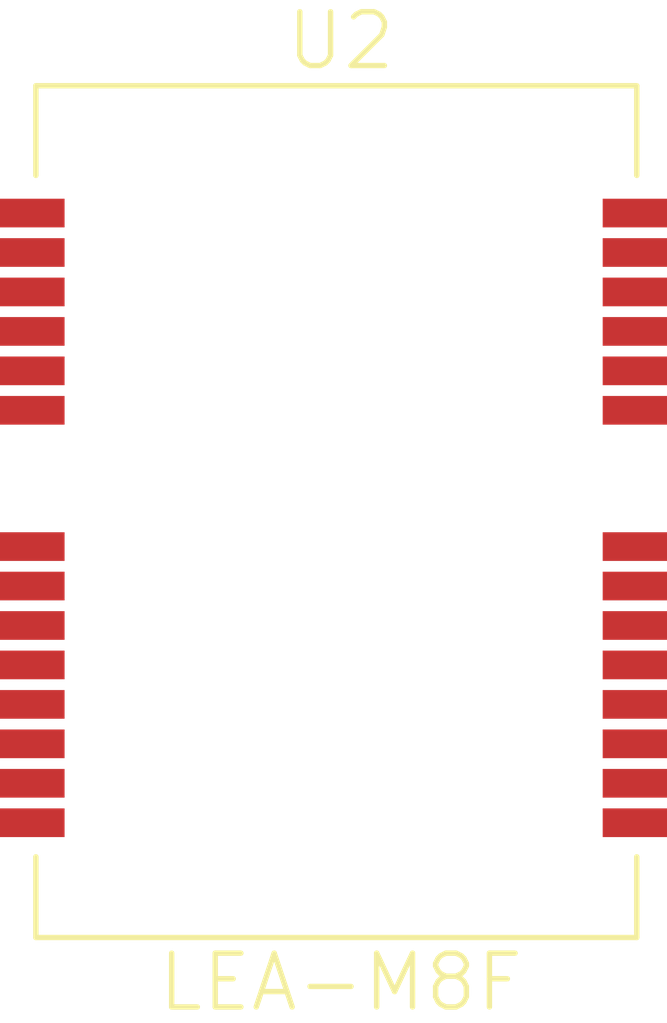
<source format=kicad_pcb>
(kicad_pcb (version 4) (host pcbnew "(2014-jul-16 BZR unknown)-product")

  (general
    (links 4)
    (no_connects 4)
    (area 0 0 0 0)
    (thickness 1.6)
    (drawings 0)
    (tracks 0)
    (zones 0)
    (modules 1)
    (nets 23)
  )

  (page A4)
  (layers
    (0 F.Cu signal)
    (31 B.Cu signal)
    (32 B.Adhes user)
    (33 F.Adhes user)
    (34 B.Paste user)
    (35 F.Paste user)
    (36 B.SilkS user)
    (37 F.SilkS user)
    (38 B.Mask user)
    (39 F.Mask user)
    (40 Dwgs.User user)
    (41 Cmts.User user)
    (42 Eco1.User user)
    (43 Eco2.User user)
    (44 Edge.Cuts user)
    (45 Margin user)
    (46 B.CrtYd user)
    (47 F.CrtYd user)
    (48 B.Fab user)
    (49 F.Fab user)
  )

  (setup
    (last_trace_width 0.254)
    (trace_clearance 0.254)
    (zone_clearance 0.508)
    (zone_45_only no)
    (trace_min 0.254)
    (segment_width 0.2)
    (edge_width 0.15)
    (via_size 0.889)
    (via_drill 0.635)
    (via_min_size 0.889)
    (via_min_drill 0.508)
    (uvia_size 0.508)
    (uvia_drill 0.127)
    (uvias_allowed no)
    (uvia_min_size 0.508)
    (uvia_min_drill 0.127)
    (pcb_text_width 0.3)
    (pcb_text_size 1.5 1.5)
    (mod_edge_width 0.15)
    (mod_text_size 1.5 1.5)
    (mod_text_width 0.15)
    (pad_size 1.4 1.4)
    (pad_drill 0.6)
    (pad_to_mask_clearance 0.2)
    (aux_axis_origin 0 0)
    (visible_elements FFFFFF7F)
    (pcbplotparams
      (layerselection 0x00030_80000001)
      (usegerberextensions false)
      (excludeedgelayer true)
      (linewidth 0.100000)
      (plotframeref false)
      (viasonmask false)
      (mode 1)
      (useauxorigin false)
      (hpglpennumber 1)
      (hpglpenspeed 20)
      (hpglpendiameter 15)
      (hpglpenoverlay 2)
      (psnegative false)
      (psa4output false)
      (plotreference true)
      (plotvalue true)
      (plotinvisibletext false)
      (padsonsilk false)
      (subtractmaskfromsilk false)
      (outputformat 1)
      (mirror false)
      (drillshape 1)
      (scaleselection 1)
      (outputdirectory ""))
  )

  (net 0 "")
  (net 1 /SDA)
  (net 2 /SCL)
  (net 3 /TXD)
  (net 4 /RXD)
  (net 5 "Net-(U2-Pad5)")
  (net 6 VCC)
  (net 7 GND)
  (net 8 "Net-(U2-Pad8)")
  (net 9 "Net-(U2-Pad9)")
  (net 10 "Net-(U2-Pad10)")
  (net 11 /VBCKP)
  (net 12 /SB_N)
  (net 13 "Net-(U2-Pad16)")
  (net 14 "Net-(U2-Pad20)")
  (net 15 "Net-(U2-Pad21)")
  (net 16 "Net-(U2-Pad22)")
  (net 17 "Net-(U2-Pad23)")
  (net 18 /VDDUSB)
  (net 19 "Net-(CON1-Pad2)")
  (net 20 "Net-(CON1-Pad3)")
  (net 21 "Net-(U2-Pad27)")
  (net 22 /M8F_PPS)

  (net_class Default "This is the default net class."
    (clearance 0.254)
    (trace_width 0.254)
    (via_dia 0.889)
    (via_drill 0.635)
    (uvia_dia 0.508)
    (uvia_drill 0.127)
    (add_net /M8F_PPS)
    (add_net /RXD)
    (add_net /SB_N)
    (add_net /SCL)
    (add_net /SDA)
    (add_net /TXD)
    (add_net /VBCKP)
    (add_net /VDDUSB)
    (add_net GND)
    (add_net "Net-(CON1-Pad2)")
    (add_net "Net-(CON1-Pad3)")
    (add_net "Net-(U2-Pad10)")
    (add_net "Net-(U2-Pad16)")
    (add_net "Net-(U2-Pad20)")
    (add_net "Net-(U2-Pad21)")
    (add_net "Net-(U2-Pad22)")
    (add_net "Net-(U2-Pad23)")
    (add_net "Net-(U2-Pad27)")
    (add_net "Net-(U2-Pad5)")
    (add_net "Net-(U2-Pad8)")
    (add_net "Net-(U2-Pad9)")
    (add_net VCC)
  )

  (module LEA (layer F.Cu) (tedit 5495DD9D) (tstamp 5495EA87)
    (at 148.5011 105.0036)
    (tags "u-blox LEA")
    (path /545CEFAF)
    (fp_text reference U2 (at 0 -12.5) (layer F.SilkS)
      (effects (font (size 1.5 1.5) (thickness 0.15)))
    )
    (fp_text value LEA-M8F (at 0 13.75) (layer F.SilkS)
      (effects (font (size 1.5 1.5) (thickness 0.15)))
    )
    (fp_line (start -8.5 -8.75) (end -8.5 -11.25) (layer F.SilkS) (width 0.15))
    (fp_line (start -8.5 -11.25) (end 8.25 -11.25) (layer F.SilkS) (width 0.15))
    (fp_line (start 8.25 -11.25) (end 8.25 -8.75) (layer F.SilkS) (width 0.15))
    (fp_line (start -8.5 10.25) (end -8.5 12.5) (layer F.SilkS) (width 0.15))
    (fp_line (start -8.5 12.5) (end 8.25 12.5) (layer F.SilkS) (width 0.15))
    (fp_line (start 8.25 12.5) (end 8.25 10.25) (layer F.SilkS) (width 0.15))
    (pad 1 smd rect (at 8.2 9.3) (size 1.8 0.8) (layers F.Cu F.Paste F.Mask)
      (net 1 /SDA))
    (pad 2 smd rect (at 8.2 8.2) (size 1.8 0.8) (layers F.Cu F.Paste F.Mask)
      (net 2 /SCL))
    (pad 3 smd rect (at 8.2 7.1) (size 1.8 0.8) (layers F.Cu F.Paste F.Mask)
      (net 3 /TXD))
    (pad 4 smd rect (at 8.2 6) (size 1.8 0.8) (layers F.Cu F.Paste F.Mask)
      (net 4 /RXD))
    (pad 5 smd rect (at 8.2 4.9) (size 1.8 0.8) (layers F.Cu F.Paste F.Mask)
      (net 5 "Net-(U2-Pad5)"))
    (pad 6 smd rect (at 8.2 3.8) (size 1.8 0.8) (layers F.Cu F.Paste F.Mask)
      (net 6 VCC))
    (pad 7 smd rect (at 8.2 2.7) (size 1.8 0.8) (layers F.Cu F.Paste F.Mask)
      (net 7 GND))
    (pad 8 smd rect (at 8.2 1.6) (size 1.8 0.8) (layers F.Cu F.Paste F.Mask)
      (net 8 "Net-(U2-Pad8)"))
    (pad 9 smd rect (at 8.2 -2.2) (size 1.8 0.8) (layers F.Cu F.Paste F.Mask)
      (net 9 "Net-(U2-Pad9)"))
    (pad 10 smd rect (at 8.2 -3.3) (size 1.8 0.8) (layers F.Cu F.Paste F.Mask)
      (net 10 "Net-(U2-Pad10)"))
    (pad 11 smd rect (at 8.2 -4.4) (size 1.8 0.8) (layers F.Cu F.Paste F.Mask)
      (net 11 /VBCKP))
    (pad 12 smd rect (at 8.2 -5.5) (size 1.8 0.8) (layers F.Cu F.Paste F.Mask)
      (net 12 /SB_N))
    (pad 13 smd rect (at 8.2 -6.6) (size 1.8 0.8) (layers F.Cu F.Paste F.Mask)
      (net 7 GND))
    (pad 14 smd rect (at 8.2 -7.7) (size 1.8 0.8) (layers F.Cu F.Paste F.Mask)
      (net 7 GND))
    (pad 15 smd rect (at -8.6 -7.7) (size 1.8 0.8) (layers F.Cu F.Paste F.Mask)
      (net 7 GND))
    (pad 16 smd rect (at -8.6 -6.6) (size 1.8 0.8) (layers F.Cu F.Paste F.Mask)
      (net 13 "Net-(U2-Pad16)"))
    (pad 17 smd rect (at -8.6 -5.5) (size 1.8 0.8) (layers F.Cu F.Paste F.Mask)
      (net 13 "Net-(U2-Pad16)"))
    (pad 18 smd rect (at -8.6 -4.4) (size 1.8 0.8) (layers F.Cu F.Paste F.Mask))
    (pad 19 smd rect (at -8.6 -3.3) (size 1.8 0.8) (layers F.Cu F.Paste F.Mask))
    (pad 20 smd rect (at -8.6 -2.2) (size 1.8 0.8) (layers F.Cu F.Paste F.Mask)
      (net 14 "Net-(U2-Pad20)"))
    (pad 21 smd rect (at -8.6 1.6) (size 1.8 0.8) (layers F.Cu F.Paste F.Mask)
      (net 15 "Net-(U2-Pad21)"))
    (pad 22 smd rect (at -8.6 2.7) (size 1.8 0.8) (layers F.Cu F.Paste F.Mask)
      (net 16 "Net-(U2-Pad22)"))
    (pad 23 smd rect (at -8.6 3.8) (size 1.8 0.8) (layers F.Cu F.Paste F.Mask)
      (net 17 "Net-(U2-Pad23)"))
    (pad 24 smd rect (at -8.6 4.9) (size 1.8 0.8) (layers F.Cu F.Paste F.Mask)
      (net 18 /VDDUSB))
    (pad 25 smd rect (at -8.6 6) (size 1.8 0.8) (layers F.Cu F.Paste F.Mask)
      (net 19 "Net-(CON1-Pad2)"))
    (pad 26 smd rect (at -8.6 7.1) (size 1.8 0.8) (layers F.Cu F.Paste F.Mask)
      (net 20 "Net-(CON1-Pad3)"))
    (pad 27 smd rect (at -8.6 8.2) (size 1.8 0.8) (layers F.Cu F.Paste F.Mask)
      (net 21 "Net-(U2-Pad27)"))
    (pad 28 smd rect (at -8.6 9.3) (size 1.8 0.8) (layers F.Cu F.Paste F.Mask)
      (net 22 /M8F_PPS))
  )

)

</source>
